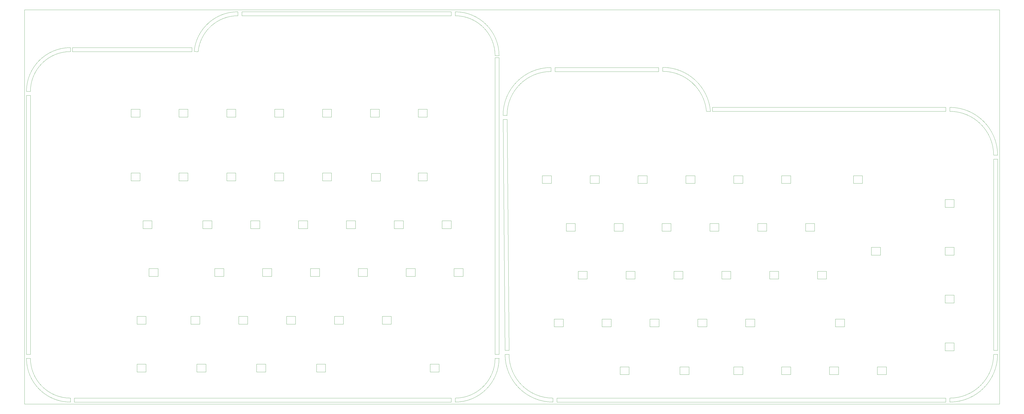
<source format=gm1>
G04 #@! TF.GenerationSoftware,KiCad,Pcbnew,(5.1.5)-3*
G04 #@! TF.CreationDate,2021-06-27T16:27:36-05:00*
G04 #@! TF.ProjectId,SplitKeyboard,53706c69-744b-4657-9962-6f6172642e6b,rev?*
G04 #@! TF.SameCoordinates,Original*
G04 #@! TF.FileFunction,Profile,NP*
%FSLAX46Y46*%
G04 Gerber Fmt 4.6, Leading zero omitted, Abs format (unit mm)*
G04 Created by KiCad (PCBNEW (5.1.5)-3) date 2021-06-27 16:27:36*
%MOMM*%
%LPD*%
G04 APERTURE LIST*
%ADD10C,0.050000*%
%ADD11C,0.120000*%
G04 APERTURE END LIST*
D10*
X16668750Y-48418750D02*
X404812500Y-48418750D01*
X16668750Y-205581250D02*
X16668750Y-48418750D01*
X404812500Y-205581250D02*
X16668750Y-205581250D01*
X404812500Y-48418750D02*
X404812500Y-205581250D01*
X83343750Y-65087500D02*
X35718750Y-65087500D01*
X83343750Y-63500000D02*
X83343750Y-65087500D01*
X35718750Y-63500000D02*
X83343750Y-63500000D01*
X35718750Y-65087500D02*
X35718750Y-63500000D01*
X85803785Y-65095378D02*
X84216160Y-65019396D01*
X101600000Y-50800000D02*
X101600000Y-49212500D01*
X84216160Y-65019396D02*
G75*
G02X101600000Y-49212500I17383840J-1655604D01*
G01*
X85803785Y-65095378D02*
G75*
G02X101600000Y-50800000I15796215J-1579622D01*
G01*
X203993750Y-66675000D02*
X205581250Y-66675000D01*
X188118750Y-49212500D02*
X188118750Y-50800000D01*
X188118750Y-49212500D02*
G75*
G02X205581250Y-66675000I0J-17462500D01*
G01*
X188118750Y-50800000D02*
G75*
G02X203993750Y-66675000I0J-15875000D01*
G01*
X103187500Y-50800000D02*
X186531250Y-50800000D01*
X103187500Y-49212500D02*
X103187500Y-50800000D01*
X186531250Y-49212500D02*
X103187500Y-49212500D01*
X186531250Y-50800000D02*
X186531250Y-49212500D01*
X205581250Y-185737500D02*
X203993750Y-185737500D01*
X205581250Y-67468750D02*
X205581250Y-185737500D01*
X203993750Y-67468750D02*
X205581250Y-67468750D01*
X203993750Y-185737500D02*
X203993750Y-67468750D01*
X36512500Y-204787500D02*
X36512500Y-203200000D01*
X186531250Y-204787500D02*
X36512500Y-204787500D01*
X186531250Y-203200000D02*
X186531250Y-204787500D01*
X36512500Y-203200000D02*
X186531250Y-203200000D01*
X19050000Y-82550000D02*
X19050000Y-185737500D01*
X17462500Y-82550000D02*
X19050000Y-82550000D01*
X17462500Y-185737500D02*
X17462500Y-82550000D01*
X19050000Y-185737500D02*
X17462500Y-185737500D01*
X17462500Y-80962500D02*
X19050000Y-80962500D01*
X34925000Y-63500000D02*
X34925000Y-65087500D01*
X17462500Y-80962500D02*
G75*
G02X34925000Y-63500000I17462500J0D01*
G01*
X19050000Y-80962500D02*
G75*
G02X34925000Y-65087500I15875000J0D01*
G01*
X19050000Y-187325000D02*
X17462500Y-187325000D01*
X34925000Y-204787500D02*
X34925000Y-203200000D01*
X34925000Y-204787500D02*
G75*
G02X17462500Y-187325000I0J17462500D01*
G01*
X34925000Y-203200000D02*
G75*
G02X19050000Y-187325000I0J15875000D01*
G01*
X188118750Y-203200000D02*
X188118750Y-204787500D01*
X203993750Y-187325000D02*
X205581250Y-187325000D01*
X205581250Y-187325000D02*
G75*
G02X188118750Y-204787500I-17462500J0D01*
G01*
X203993750Y-187325000D02*
G75*
G02X188118750Y-203200000I-15875000J0D01*
G01*
X290512500Y-87312500D02*
X383381250Y-87312500D01*
X290512500Y-88900000D02*
X290512500Y-87312500D01*
X383381250Y-88900000D02*
X290512500Y-88900000D01*
X383381250Y-87312500D02*
X383381250Y-88900000D01*
X402431250Y-107950000D02*
X402431250Y-184150000D01*
X404018750Y-107950000D02*
X402431250Y-107950000D01*
X404018750Y-184150000D02*
X404018750Y-107950000D01*
X402431250Y-184150000D02*
X404018750Y-184150000D01*
X383381250Y-203200000D02*
X228600000Y-203200000D01*
X383381250Y-204787500D02*
X383381250Y-203200000D01*
X228600000Y-204787500D02*
X383381250Y-204787500D01*
X228600000Y-203200000D02*
X228600000Y-204787500D01*
X207168750Y-92075000D02*
X208756250Y-92075000D01*
X207962500Y-184150000D02*
X207168750Y-92075000D01*
X209550000Y-184150000D02*
X207962500Y-184150000D01*
X208756250Y-92075000D02*
X209550000Y-184150000D01*
X269081250Y-71437500D02*
X227806250Y-71437500D01*
X269081250Y-73025000D02*
X269081250Y-71437500D01*
X227806250Y-73025000D02*
X269081250Y-73025000D01*
X227806250Y-71437500D02*
X227806250Y-73025000D01*
X288131250Y-88900000D02*
X289718750Y-88900000D01*
X270668750Y-72952989D02*
X270668750Y-71371469D01*
X270668750Y-71371469D02*
G75*
G02X289718750Y-88900000I0J-19116031D01*
G01*
X384968750Y-88900000D02*
X384968750Y-87312500D01*
X402431250Y-106362500D02*
X404018750Y-106362500D01*
X384968750Y-87312500D02*
G75*
G02X404018750Y-106362500I0J-19050000D01*
G01*
X384968750Y-203200000D02*
X384968750Y-204787500D01*
X402431250Y-185737500D02*
X404018750Y-185737500D01*
X404018750Y-185737500D02*
G75*
G02X384968750Y-204787500I-19050000J0D01*
G01*
X209550000Y-185737500D02*
X207962500Y-185737500D01*
X227012500Y-204787500D02*
X227012500Y-203200000D01*
X227012500Y-204787500D02*
G75*
G02X207962500Y-185737500I0J19050000D01*
G01*
X208756250Y-90487500D02*
X207168750Y-90487500D01*
X226218750Y-73025000D02*
X226218750Y-71437500D01*
X207168750Y-90487500D02*
G75*
G02X226218750Y-71437500I19050000J0D01*
G01*
X270668750Y-72952989D02*
G75*
G02X288131250Y-88900000I0J-17534511D01*
G01*
X384968750Y-88900000D02*
G75*
G02X402431250Y-106362500I0J-17462500D01*
G01*
X402431250Y-185737500D02*
G75*
G02X384968750Y-203200000I-17462500J0D01*
G01*
X227012500Y-203200000D02*
G75*
G02X209550000Y-185737500I0J17462500D01*
G01*
X208756250Y-90487500D02*
G75*
G02X226218750Y-73025000I17462500J0D01*
G01*
D11*
X222767750Y-117628000D02*
X222767750Y-114528000D01*
X222767750Y-114528000D02*
X226367750Y-114528000D01*
X226367750Y-114528000D02*
X226367750Y-117628000D01*
X226367750Y-117628000D02*
X222767750Y-117628000D01*
X343049000Y-171678000D02*
X343049000Y-174778000D01*
X343049000Y-174778000D02*
X339449000Y-174778000D01*
X339449000Y-174778000D02*
X339449000Y-171678000D01*
X339449000Y-171678000D02*
X343049000Y-171678000D01*
X241817750Y-117628000D02*
X241817750Y-114528000D01*
X241817750Y-114528000D02*
X245417750Y-114528000D01*
X245417750Y-114528000D02*
X245417750Y-117628000D01*
X245417750Y-117628000D02*
X241817750Y-117628000D01*
X260867750Y-117628000D02*
X260867750Y-114528000D01*
X260867750Y-114528000D02*
X264467750Y-114528000D01*
X264467750Y-114528000D02*
X264467750Y-117628000D01*
X264467750Y-117628000D02*
X260867750Y-117628000D01*
X283517750Y-117628000D02*
X279917750Y-117628000D01*
X283517750Y-114528000D02*
X283517750Y-117628000D01*
X279917750Y-114528000D02*
X283517750Y-114528000D01*
X279917750Y-117628000D02*
X279917750Y-114528000D01*
X269230250Y-171678000D02*
X269230250Y-174778000D01*
X269230250Y-174778000D02*
X265630250Y-174778000D01*
X265630250Y-174778000D02*
X265630250Y-171678000D01*
X265630250Y-171678000D02*
X269230250Y-171678000D01*
X288280250Y-171678000D02*
X288280250Y-174778000D01*
X288280250Y-174778000D02*
X284680250Y-174778000D01*
X284680250Y-174778000D02*
X284680250Y-171678000D01*
X284680250Y-171678000D02*
X288280250Y-171678000D01*
X332305250Y-155728000D02*
X332305250Y-152628000D01*
X332305250Y-152628000D02*
X335905250Y-152628000D01*
X335905250Y-152628000D02*
X335905250Y-155728000D01*
X335905250Y-155728000D02*
X332305250Y-155728000D01*
X313255250Y-155728000D02*
X313255250Y-152628000D01*
X313255250Y-152628000D02*
X316855250Y-152628000D01*
X316855250Y-152628000D02*
X316855250Y-155728000D01*
X316855250Y-155728000D02*
X313255250Y-155728000D01*
X294205250Y-155728000D02*
X294205250Y-152628000D01*
X294205250Y-152628000D02*
X297805250Y-152628000D01*
X297805250Y-152628000D02*
X297805250Y-155728000D01*
X297805250Y-155728000D02*
X294205250Y-155728000D01*
X307330250Y-171678000D02*
X307330250Y-174778000D01*
X307330250Y-174778000D02*
X303730250Y-174778000D01*
X303730250Y-174778000D02*
X303730250Y-171678000D01*
X303730250Y-171678000D02*
X307330250Y-171678000D01*
X350192750Y-117628000D02*
X346592750Y-117628000D01*
X350192750Y-114528000D02*
X350192750Y-117628000D01*
X346592750Y-114528000D02*
X350192750Y-114528000D01*
X346592750Y-117628000D02*
X346592750Y-114528000D01*
X250180250Y-171678000D02*
X250180250Y-174778000D01*
X250180250Y-174778000D02*
X246580250Y-174778000D01*
X246580250Y-174778000D02*
X246580250Y-171678000D01*
X246580250Y-171678000D02*
X250180250Y-171678000D01*
X275155250Y-155728000D02*
X275155250Y-152628000D01*
X275155250Y-152628000D02*
X278755250Y-152628000D01*
X278755250Y-152628000D02*
X278755250Y-155728000D01*
X278755250Y-155728000D02*
X275155250Y-155728000D01*
X257324000Y-193828000D02*
X253724000Y-193828000D01*
X257324000Y-190728000D02*
X257324000Y-193828000D01*
X253724000Y-190728000D02*
X257324000Y-190728000D01*
X253724000Y-193828000D02*
X253724000Y-190728000D01*
X321617750Y-117628000D02*
X318017750Y-117628000D01*
X321617750Y-114528000D02*
X321617750Y-117628000D01*
X318017750Y-114528000D02*
X321617750Y-114528000D01*
X318017750Y-117628000D02*
X318017750Y-114528000D01*
X256105250Y-155728000D02*
X256105250Y-152628000D01*
X256105250Y-152628000D02*
X259705250Y-152628000D01*
X259705250Y-152628000D02*
X259705250Y-155728000D01*
X259705250Y-155728000D02*
X256105250Y-155728000D01*
X302567750Y-117628000D02*
X298967750Y-117628000D01*
X302567750Y-114528000D02*
X302567750Y-117628000D01*
X298967750Y-114528000D02*
X302567750Y-114528000D01*
X298967750Y-117628000D02*
X298967750Y-114528000D01*
X231130250Y-171678000D02*
X231130250Y-174778000D01*
X231130250Y-174778000D02*
X227530250Y-174778000D01*
X227530250Y-174778000D02*
X227530250Y-171678000D01*
X227530250Y-171678000D02*
X231130250Y-171678000D01*
X281136500Y-193828000D02*
X277536500Y-193828000D01*
X281136500Y-190728000D02*
X281136500Y-193828000D01*
X277536500Y-190728000D02*
X281136500Y-190728000D01*
X277536500Y-193828000D02*
X277536500Y-190728000D01*
X327542750Y-133578000D02*
X331142750Y-133578000D01*
X327542750Y-136678000D02*
X327542750Y-133578000D01*
X331142750Y-136678000D02*
X327542750Y-136678000D01*
X331142750Y-133578000D02*
X331142750Y-136678000D01*
X353736500Y-143103000D02*
X357336500Y-143103000D01*
X353736500Y-146203000D02*
X353736500Y-143103000D01*
X357336500Y-146203000D02*
X353736500Y-146203000D01*
X357336500Y-143103000D02*
X357336500Y-146203000D01*
X240655250Y-155728000D02*
X237055250Y-155728000D01*
X240655250Y-152628000D02*
X240655250Y-155728000D01*
X237055250Y-152628000D02*
X240655250Y-152628000D01*
X237055250Y-155728000D02*
X237055250Y-152628000D01*
X302567750Y-193828000D02*
X298967750Y-193828000D01*
X302567750Y-190728000D02*
X302567750Y-193828000D01*
X298967750Y-190728000D02*
X302567750Y-190728000D01*
X298967750Y-193828000D02*
X298967750Y-190728000D01*
X251342750Y-133578000D02*
X254942750Y-133578000D01*
X251342750Y-136678000D02*
X251342750Y-133578000D01*
X254942750Y-136678000D02*
X251342750Y-136678000D01*
X254942750Y-133578000D02*
X254942750Y-136678000D01*
X232292750Y-133578000D02*
X235892750Y-133578000D01*
X232292750Y-136678000D02*
X232292750Y-133578000D01*
X235892750Y-136678000D02*
X232292750Y-136678000D01*
X235892750Y-133578000D02*
X235892750Y-136678000D01*
X340667750Y-193828000D02*
X337067750Y-193828000D01*
X340667750Y-190728000D02*
X340667750Y-193828000D01*
X337067750Y-190728000D02*
X340667750Y-190728000D01*
X337067750Y-193828000D02*
X337067750Y-190728000D01*
X386705250Y-127153000D02*
X383105250Y-127153000D01*
X386705250Y-124053000D02*
X386705250Y-127153000D01*
X383105250Y-124053000D02*
X386705250Y-124053000D01*
X383105250Y-127153000D02*
X383105250Y-124053000D01*
X386705250Y-146203000D02*
X383105250Y-146203000D01*
X386705250Y-143103000D02*
X386705250Y-146203000D01*
X383105250Y-143103000D02*
X386705250Y-143103000D01*
X383105250Y-146203000D02*
X383105250Y-143103000D01*
X386705250Y-184303000D02*
X383105250Y-184303000D01*
X386705250Y-181203000D02*
X386705250Y-184303000D01*
X383105250Y-181203000D02*
X386705250Y-181203000D01*
X383105250Y-184303000D02*
X383105250Y-181203000D01*
X386705250Y-165253000D02*
X383105250Y-165253000D01*
X386705250Y-162153000D02*
X386705250Y-165253000D01*
X383105250Y-162153000D02*
X386705250Y-162153000D01*
X383105250Y-165253000D02*
X383105250Y-162153000D01*
X308492750Y-133578000D02*
X312092750Y-133578000D01*
X308492750Y-136678000D02*
X308492750Y-133578000D01*
X312092750Y-136678000D02*
X308492750Y-136678000D01*
X312092750Y-133578000D02*
X312092750Y-136678000D01*
X359717750Y-193828000D02*
X356117750Y-193828000D01*
X359717750Y-190728000D02*
X359717750Y-193828000D01*
X356117750Y-190728000D02*
X359717750Y-190728000D01*
X356117750Y-193828000D02*
X356117750Y-190728000D01*
X321617750Y-193828000D02*
X318017750Y-193828000D01*
X321617750Y-190728000D02*
X321617750Y-193828000D01*
X318017750Y-190728000D02*
X321617750Y-190728000D01*
X318017750Y-193828000D02*
X318017750Y-190728000D01*
X289442750Y-133578000D02*
X293042750Y-133578000D01*
X289442750Y-136678000D02*
X289442750Y-133578000D01*
X293042750Y-136678000D02*
X289442750Y-136678000D01*
X293042750Y-133578000D02*
X293042750Y-136678000D01*
X270392750Y-133578000D02*
X273992750Y-133578000D01*
X270392750Y-136678000D02*
X270392750Y-133578000D01*
X273992750Y-136678000D02*
X270392750Y-136678000D01*
X273992750Y-133578000D02*
X273992750Y-136678000D01*
X181727250Y-189680250D02*
X181727250Y-192780250D01*
X181727250Y-192780250D02*
X178127250Y-192780250D01*
X178127250Y-192780250D02*
X178127250Y-189680250D01*
X178127250Y-189680250D02*
X181727250Y-189680250D01*
X158339750Y-116674000D02*
X154739750Y-116674000D01*
X158339750Y-113574000D02*
X158339750Y-116674000D01*
X154739750Y-113574000D02*
X158339750Y-113574000D01*
X154739750Y-116674000D02*
X154739750Y-113574000D01*
X138864750Y-116580250D02*
X135264750Y-116580250D01*
X138864750Y-113480250D02*
X138864750Y-116580250D01*
X135264750Y-113480250D02*
X138864750Y-113480250D01*
X135264750Y-116580250D02*
X135264750Y-113480250D01*
X65046000Y-173730250D02*
X61446000Y-173730250D01*
X65046000Y-170630250D02*
X65046000Y-173730250D01*
X61446000Y-170630250D02*
X65046000Y-170630250D01*
X61446000Y-173730250D02*
X61446000Y-170630250D01*
X82877250Y-170630250D02*
X86477250Y-170630250D01*
X82877250Y-173730250D02*
X82877250Y-170630250D01*
X86477250Y-173730250D02*
X82877250Y-173730250D01*
X86477250Y-170630250D02*
X86477250Y-173730250D01*
X119814750Y-116580250D02*
X116214750Y-116580250D01*
X119814750Y-113480250D02*
X119814750Y-116580250D01*
X116214750Y-113480250D02*
X119814750Y-113480250D01*
X116214750Y-116580250D02*
X116214750Y-113480250D01*
X101927250Y-170630250D02*
X105527250Y-170630250D01*
X101927250Y-173730250D02*
X101927250Y-170630250D01*
X105527250Y-173730250D02*
X101927250Y-173730250D01*
X105527250Y-170630250D02*
X105527250Y-173730250D01*
X176964750Y-116580250D02*
X173364750Y-116580250D01*
X176964750Y-113480250D02*
X176964750Y-116580250D01*
X173364750Y-113480250D02*
X176964750Y-113480250D01*
X173364750Y-116580250D02*
X173364750Y-113480250D01*
X69808500Y-154680250D02*
X66208500Y-154680250D01*
X69808500Y-151580250D02*
X69808500Y-154680250D01*
X66208500Y-151580250D02*
X69808500Y-151580250D01*
X66208500Y-154680250D02*
X66208500Y-151580250D01*
X97164750Y-116580250D02*
X97164750Y-113480250D01*
X97164750Y-113480250D02*
X100764750Y-113480250D01*
X100764750Y-113480250D02*
X100764750Y-116580250D01*
X100764750Y-116580250D02*
X97164750Y-116580250D01*
X120977250Y-170630250D02*
X124577250Y-170630250D01*
X120977250Y-173730250D02*
X120977250Y-170630250D01*
X124577250Y-173730250D02*
X120977250Y-173730250D01*
X124577250Y-170630250D02*
X124577250Y-173730250D01*
X173364750Y-88080250D02*
X176964750Y-88080250D01*
X173364750Y-91180250D02*
X173364750Y-88080250D01*
X176964750Y-91180250D02*
X173364750Y-91180250D01*
X176964750Y-88080250D02*
X176964750Y-91180250D01*
X96002250Y-154680250D02*
X92402250Y-154680250D01*
X96002250Y-151580250D02*
X96002250Y-154680250D01*
X92402250Y-151580250D02*
X96002250Y-151580250D01*
X92402250Y-154680250D02*
X92402250Y-151580250D01*
X78114750Y-116580250D02*
X78114750Y-113480250D01*
X78114750Y-113480250D02*
X81714750Y-113480250D01*
X81714750Y-113480250D02*
X81714750Y-116580250D01*
X81714750Y-116580250D02*
X78114750Y-116580250D01*
X143627250Y-170630250D02*
X143627250Y-173730250D01*
X143627250Y-173730250D02*
X140027250Y-173730250D01*
X140027250Y-173730250D02*
X140027250Y-170630250D01*
X140027250Y-170630250D02*
X143627250Y-170630250D01*
X154314750Y-88080250D02*
X157914750Y-88080250D01*
X154314750Y-91180250D02*
X154314750Y-88080250D01*
X157914750Y-91180250D02*
X154314750Y-91180250D01*
X157914750Y-88080250D02*
X157914750Y-91180250D01*
X115052250Y-154680250D02*
X111452250Y-154680250D01*
X115052250Y-151580250D02*
X115052250Y-154680250D01*
X111452250Y-151580250D02*
X115052250Y-151580250D01*
X111452250Y-154680250D02*
X111452250Y-151580250D01*
X135264750Y-88080250D02*
X138864750Y-88080250D01*
X135264750Y-91180250D02*
X135264750Y-88080250D01*
X138864750Y-91180250D02*
X135264750Y-91180250D01*
X138864750Y-88080250D02*
X138864750Y-91180250D01*
X59064750Y-116580250D02*
X59064750Y-113480250D01*
X59064750Y-113480250D02*
X62664750Y-113480250D01*
X62664750Y-113480250D02*
X62664750Y-116580250D01*
X62664750Y-116580250D02*
X59064750Y-116580250D01*
X130502250Y-154680250D02*
X130502250Y-151580250D01*
X130502250Y-151580250D02*
X134102250Y-151580250D01*
X134102250Y-151580250D02*
X134102250Y-154680250D01*
X134102250Y-154680250D02*
X130502250Y-154680250D01*
X162677250Y-170630250D02*
X162677250Y-173730250D01*
X162677250Y-173730250D02*
X159077250Y-173730250D01*
X159077250Y-173730250D02*
X159077250Y-170630250D01*
X159077250Y-170630250D02*
X162677250Y-170630250D01*
X116214750Y-88080250D02*
X119814750Y-88080250D01*
X116214750Y-91180250D02*
X116214750Y-88080250D01*
X119814750Y-91180250D02*
X116214750Y-91180250D01*
X119814750Y-88080250D02*
X119814750Y-91180250D01*
X67427250Y-132530250D02*
X67427250Y-135630250D01*
X67427250Y-135630250D02*
X63827250Y-135630250D01*
X63827250Y-135630250D02*
X63827250Y-132530250D01*
X63827250Y-132530250D02*
X67427250Y-132530250D01*
X149552250Y-154680250D02*
X149552250Y-151580250D01*
X149552250Y-151580250D02*
X153152250Y-151580250D01*
X153152250Y-151580250D02*
X153152250Y-154680250D01*
X153152250Y-154680250D02*
X149552250Y-154680250D01*
X91239750Y-132530250D02*
X91239750Y-135630250D01*
X91239750Y-135630250D02*
X87639750Y-135630250D01*
X87639750Y-135630250D02*
X87639750Y-132530250D01*
X87639750Y-132530250D02*
X91239750Y-132530250D01*
X132883500Y-192780250D02*
X132883500Y-189680250D01*
X132883500Y-189680250D02*
X136483500Y-189680250D01*
X136483500Y-189680250D02*
X136483500Y-192780250D01*
X136483500Y-192780250D02*
X132883500Y-192780250D01*
X97164750Y-88080250D02*
X100764750Y-88080250D01*
X97164750Y-91180250D02*
X97164750Y-88080250D01*
X100764750Y-91180250D02*
X97164750Y-91180250D01*
X100764750Y-88080250D02*
X100764750Y-91180250D01*
X168602250Y-154680250D02*
X168602250Y-151580250D01*
X168602250Y-151580250D02*
X172202250Y-151580250D01*
X172202250Y-151580250D02*
X172202250Y-154680250D01*
X172202250Y-154680250D02*
X168602250Y-154680250D01*
X110289750Y-132530250D02*
X110289750Y-135630250D01*
X110289750Y-135630250D02*
X106689750Y-135630250D01*
X106689750Y-135630250D02*
X106689750Y-132530250D01*
X106689750Y-132530250D02*
X110289750Y-132530250D01*
X109071000Y-192780250D02*
X109071000Y-189680250D01*
X109071000Y-189680250D02*
X112671000Y-189680250D01*
X112671000Y-189680250D02*
X112671000Y-192780250D01*
X112671000Y-192780250D02*
X109071000Y-192780250D01*
X78114750Y-88080250D02*
X81714750Y-88080250D01*
X78114750Y-91180250D02*
X78114750Y-88080250D01*
X81714750Y-91180250D02*
X78114750Y-91180250D01*
X81714750Y-88080250D02*
X81714750Y-91180250D01*
X187652250Y-154680250D02*
X187652250Y-151580250D01*
X187652250Y-151580250D02*
X191252250Y-151580250D01*
X191252250Y-151580250D02*
X191252250Y-154680250D01*
X191252250Y-154680250D02*
X187652250Y-154680250D01*
X129339750Y-132530250D02*
X129339750Y-135630250D01*
X129339750Y-135630250D02*
X125739750Y-135630250D01*
X125739750Y-135630250D02*
X125739750Y-132530250D01*
X125739750Y-132530250D02*
X129339750Y-132530250D01*
X85258500Y-192780250D02*
X85258500Y-189680250D01*
X85258500Y-189680250D02*
X88858500Y-189680250D01*
X88858500Y-189680250D02*
X88858500Y-192780250D01*
X88858500Y-192780250D02*
X85258500Y-192780250D01*
X59064750Y-88080250D02*
X62664750Y-88080250D01*
X59064750Y-91180250D02*
X59064750Y-88080250D01*
X62664750Y-91180250D02*
X59064750Y-91180250D01*
X62664750Y-88080250D02*
X62664750Y-91180250D01*
X186489750Y-132530250D02*
X186489750Y-135630250D01*
X186489750Y-135630250D02*
X182889750Y-135630250D01*
X182889750Y-135630250D02*
X182889750Y-132530250D01*
X182889750Y-132530250D02*
X186489750Y-132530250D01*
X148389750Y-132530250D02*
X148389750Y-135630250D01*
X148389750Y-135630250D02*
X144789750Y-135630250D01*
X144789750Y-135630250D02*
X144789750Y-132530250D01*
X144789750Y-132530250D02*
X148389750Y-132530250D01*
X167439750Y-132530250D02*
X167439750Y-135630250D01*
X167439750Y-135630250D02*
X163839750Y-135630250D01*
X163839750Y-135630250D02*
X163839750Y-132530250D01*
X163839750Y-132530250D02*
X167439750Y-132530250D01*
X61446000Y-192780250D02*
X61446000Y-189680250D01*
X61446000Y-189680250D02*
X65046000Y-189680250D01*
X65046000Y-189680250D02*
X65046000Y-192780250D01*
X65046000Y-192780250D02*
X61446000Y-192780250D01*
M02*

</source>
